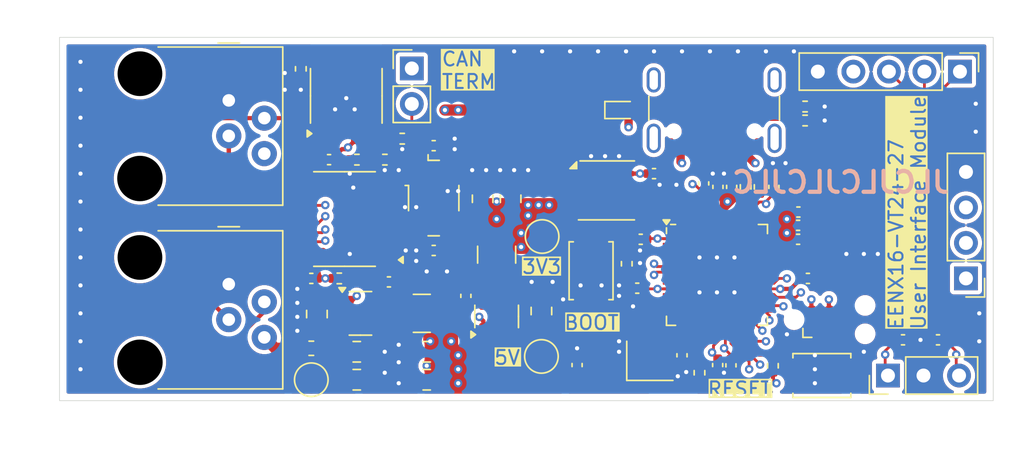
<source format=kicad_pcb>
(kicad_pcb (version 20240108) (generator "pcbnew") (generator_version "8.0")
  (layers (0 "F.Cu" signal) (1 "In1.Cu" signal) (2 "In2.Cu" signal) (31 "B.Cu" signal) (34 "B.Paste" user) (35 "F.Paste" user) (36 "B.SilkS" user "B.Silkscreen") (37 "F.SilkS" user "F.Silkscreen") (38 "B.Mask" user) (39 "F.Mask" user) (44 "Edge.Cuts" user))
  (net 0 "")
  (net 1 "/BTN_LEFT")
  (net 2 "GND")
  (net 3 "/BTN_RIGHT")
  (net 4 "+3V3")
  (net 5 "+1V1")
  (net 6 "/Microcontroller/XIN")
  (net 7 "/Microcontroller/XOUT_R")
  (net 8 "Net-(U302-OSC2)")
  (net 9 "Net-(U302-OSC1)")
  (net 10 "+5V")
  (net 11 "Net-(U303-SW)")
  (net 12 "Net-(U303-BST)")
  (net 13 "+SYSTEM")
  (net 14 "Net-(U304-SW)")
  (net 15 "Net-(U304-BST)")
  (net 16 "Net-(D201-A)")
  (net 17 "Net-(F301-Pad1)")
  (net 18 "/SDA")
  (net 19 "/SCL")
  (net 20 "/VR_y")
  (net 21 "/BTN")
  (net 22 "/VR_x")
  (net 25 "Net-(J202-CC2)")
  (net 27 "/Microcontroller/USB_D+")
  (net 31 "/Microcontroller/USB_D-")
  (net 32 "Net-(J202-CC1)")
  (net 33 "/Microcontroller/~{RESET}")
  (net 34 "/Microcontroller/SWCLK")
  (net 35 "/Microcontroller/SWD")
  (net 38 "/CAN_Bus+power/CANH")
  (net 39 "/CAN_Bus+power/CANL")
  (net 40 "Net-(JP301-B)")
  (net 41 "Net-(R204-Pad1)")
  (net 42 "/Microcontroller/FLASH_~{CS}")
  (net 43 "/Microcontroller/RP2040_D+")
  (net 44 "/Microcontroller/RP2040_D-")
  (net 45 "/Microcontroller/XOUT")
  (net 46 "Net-(U302-RXCAN)")
  (net 47 "Net-(U301-RXD)")
  (net 48 "Net-(U301-Rs)")
  (net 49 "Net-(U302-~{RESET})")
  (net 50 "/Microcontroller/FLASH_IO0")
  (net 51 "/Microcontroller/FLASH_IO1")
  (net 52 "/Microcontroller/FLASH_IO3")
  (net 53 "/Microcontroller/FLASH_CLK")
  (net 54 "/Microcontroller/FLASH_IO2")
  (net 55 "/Microcontroller/GPIO10")
  (net 56 "/Microcontroller/GPIO3")
  (net 57 "/Microcontroller/GPIO0")
  (net 58 "/Microcontroller/GPIO2")
  (net 59 "/Microcontroller/GPIO15")
  (net 60 "/Microcontroller/GPIO29_ADC3")
  (net 61 "/Microcontroller/GPIO14")
  (net 62 "/Microcontroller/GPIO7")
  (net 63 "/Microcontroller/GPIO11")
  (net 64 "/Microcontroller/GPIO1")
  (net 65 "/Microcontroller/GPIO24")
  (net 66 "/Microcontroller/GPIO28_ADC2")
  (net 67 "/Microcontroller/GPIO6")
  (net 68 "/Microcontroller/GPIO13")
  (net 69 "/Microcontroller/GPIO8")
  (net 70 "/Microcontroller/GPIO20")
  (net 71 "/Microcontroller/GPIO9")
  (net 72 "/Microcontroller/GPIO23")
  (net 73 "/Microcontroller/GPIO12")
  (net 75 "Net-(U301-TXD)")
  (net 79 "/CAN_Bus+power/~{INT}")
  (net 85 "/~{CS}")
  (net 86 "/MOSI")
  (net 87 "/MISO")
  (net 88 "/SCK")
  (footprint "Package_DFN_QFN:QFN-56-1EP_7x7mm_P0.4mm_EP3.2x3.2mm" (layer "F.Cu") (at 140.5 46.25)
    (property "Reference" "U202" (hide yes))
    (property "Value" "RP2040")
  )
  (footprint "Package_TO_SOT_SMD:TSOT-23-6" (layer "F.Cu") (at 124.75 49.22 90)
    (property "Reference" "U303" (hide yes))
    (property "Value" "AP63203WU")
  )
  (footprint "Capacitor_SMD:C_0402_1005Metric" (layer "F.Cu") (at 111.5 46.5 180)
    (property "Reference" "C303" (hide yes))
    (property "Value" "100n")
  )
  (footprint "Connector_PinHeader_2.54mm:PinHeader_1x02_P2.54mm_Vertical" (layer "F.Cu") (at 118.685 31.475)
    (property "Reference" "JP301" (hide yes))
    (property "Value" "Jumper_termination")
  )
  (footprint "Resistor_SMD:R_0402_1005Metric" (layer "F.Cu") (at 118 36.5 180)
    (property "Reference" "R301" (hide yes))
    (property "Value" "120")
  )
  (footprint "Capacitor_SMD:C_0402_1005Metric" (layer "F.Cu") (at 144.57 39.95 90)
    (property "Reference" "C210" (hide yes))
    (property "Value" "1u")
  )
  (footprint "TestPoint:TestPoint_Pad_D2.0mm" (layer "F.Cu") (at 127.95 52.0825)
    (property "Reference" "TP303" (hide yes))
    (property "Value" "TP5V")
  )
  (footprint "Button_Switch_SMD:SW_Push_SPST_NO_Alps_SKRK" (layer "F.Cu") (at 131.5 45.95 90)
    (property "Reference" "SW202" (hide yes))
    (property "Value" "SW_Push")
  )
  (footprint "Connector_RJ:RJ9_Evercom_5301-440xxx_Horizontal" (layer "F.Cu") (at 105.6 33.76 -90)
    (property "Reference" "J301" (hide yes))
    (property "Value" "RJ9")
  )
  (footprint "Capacitor_SMD:C_0402_1005Metric" (layer "F.Cu") (at 120.25 44.5)
    (property "Reference" "C305" (hide yes))
    (property "Value" "10p")
  )
  (footprint "Capacitor_SMD:C_0402_1005Metric" (layer "F.Cu") (at 120.25 37 180)
    (property "Reference" "C306" (hide yes))
    (property "Value" "10p")
  )
  (footprint "Package_SO:SOIC-8_3.9x4.9mm_P1.27mm" (layer "F.Cu") (at 114 33.435 90)
    (property "Reference" "U301" (hide yes))
    (property "Value" "MCP2551-I-SN")
  )
  (footprint "Capacitor_SMD:C_0402_1005Metric" (layer "F.Cu") (at 138 52 90)
    (property "Reference" "C214" (hide yes))
    (property "Value" "10p")
  )
  (footprint "Crystal:Crystal_SMD_Abracon_ABM3B-4Pin_5.0x3.2mm" (layer "F.Cu") (at 120.25 40.75 -90)
    (property "Reference" "Y301" (hide yes))
    (property "Value" "8M")
  )
  (footprint "Capacitor_SMD:C_0402_1005Metric" (layer "F.Cu") (at 136 39)
    (property "Reference" "C213" (hide yes))
    (property "Value" "100n")
  )
  (footprint "Inductor_SMD:L_1210_3225Metric" (layer "F.Cu") (at 119.4 49)
    (property "Reference" "L302" (hide yes))
    (property "Value" "4u7")
  )
  (footprint "Capacitor_SMD:C_0402_1005Metric" (layer "F.Cu") (at 146.3 43.7)
    (property "Reference" "C206" (hide yes))
    (property "Value" "100n")
  )
  (footprint "Inductor_SMD:L_1210_3225Metric" (layer "F.Cu") (at 124.75 44.8 90)
    (property "Reference" "L301" (hide yes))
    (property "Value" "4u7")
  )
  (footprint "Resistor_SMD:R_0402_1005Metric" (layer "F.Cu") (at 116.76 38 180)
    (property "Reference" "R302" (hide yes))
    (property "Value" "5k1")
  )
  (footprint "Resistor_SMD:R_0402_1005Metric" (layer "F.Cu") (at 113.5 46.5)
    (property "Reference" "R305" (hide yes))
    (property "Value" "10k")
  )
  (footprint "Connector_RJ:RJ9_Evercom_5301-440xxx_Horizontal" (layer "F.Cu") (at 105.6 46.91 -90)
    (property "Reference" "J302" (hide yes))
    (property "Value" "RJ9")
  )
  (footprint "Capacitor_SMD:C_0402_1005Metric" (layer "F.Cu") (at 134.8 47.2 180)
    (property "Reference" "C201" (hide yes))
    (property "Value" "100n")
  )
  (footprint "Capacitor_SMD:C_0805_2012Metric" (layer "F.Cu") (at 119.75 51.75 180)
    (property "Reference" "C313" (hide yes))
    (property "Value" "22u")
  )
  (footprint "Crystal:Crystal_SMD_2520-4Pin_2.5x2.0mm" (layer "F.Cu") (at 135.7 52.4)
    (property "Reference" "Y201" (hide yes))
    (property "Value" "12M")
  )
  (footprint "Package_SO:TSSOP-20_4.4x6.5mm_P0.65mm" (layer "F.Cu") (at 113.875 42.25 180)
    (property "Reference" "U302" (hide yes))
    (property "Value" "MCP2515-xST")
  )
  (footprint "Capacitor_SMD:C_0402_1005Metric" (layer "F.Cu") (at 130.5 52.7 -90)
    (property "Reference" "C215" (hide yes))
    (property "Value" "10p")
  )
  (footprint "Capacitor_SMD:C_0402_1005Metric" (layer "F.Cu") (at 156.3 50.895)
    (property "Reference" "C102" (hide yes))
    (property "Value" "100n")
  )
  (footprint "Capacitor_SMD:C_0402_1005Metric" (layer "F.Cu") (at 135.05 43.7 180)
    (property "Reference" "C203" (hide yes))
    (property "Value" "100n")
  )
  (footprint "Capacitor_SMD:C_0805_2012Metric" (layer "F.Cu") (at 127.95 48.8325 90)
    (property "Reference" "C308" (hide yes))
    (property "Value" "10u")
  )
  (footprint "Resistor_SMD:R_0402_1005Metric" (layer "F.Cu") (at 110.75 31.5 -90)
    (property "Reference" "R304" (hide yes))
    (property "Value" "10k")
  )
  (footprint "Capacitor_SMD:C_0805_2012Metric" (layer "F.Cu") (at 119.75 53.75 180)
    (property "Reference" "C314" (hide yes))
    (property "Value" "22u")
  )
  (footprint "Connector_USB:USB_C_Receptacle_GCT_USB4105-xx-A_16P_TopMnt_Horizontal" (layer "F.Cu") (at 140.3 33.37 180)
    (property "Reference" "J202" (hide yes))
    (property "Value" "USB_C_Receptacle_USB2.0_16P")
  )
  (footprint "Capacitor_SMD:C_0805_2012Metric" (layer "F.Cu") (at 114.75 51.75)
    (property "Reference" "C312" (hide yes))
    (property "Value" "10u")
  )
  (footprint "Connector:Tag-Connect_TC2030-IDC-NL_2x03_P1.27mm_Vertical" (layer "F.Cu") (at 148.55 49.45)
    (property "Reference" "J201" (hide yes))
    (property "Value" "TagConnect_SWD")
  )
  (footprint "Resistor_SMD:R_0402_1005Metric" (layer "F.Cu") (at 134.05 45.45 90)
    (property "Reference" "R204" (hide yes))
    (property "Value" "1k")
  )
  (footprint "Resistor_SMD:R_0402_1005Metric" (layer "F.Cu") (at 144.5 52.75 90)
    (property "Reference" "R203" (hide yes))
    (property "Value" "10k")
  )
  (footprint "Resistor_SMD:R_0402_1005Metric" (layer "F.Cu") (at 146.8 34.2)
    (property "Reference" "R201" (hide yes))
    (property "Value" "5k1")
  )
  (footprint "Capacitor_SMD:C_0402_1005Metric" (layer "F.Cu") (at 140.55 52.7 -90)
    (property "Reference" "C204" (hide yes))
    (property "Value" "100n")
  )
  (footprint "TestPoint:TestPoint_Pad_D2.0mm" (layer "F.Cu") (at 111.5 53.75)
    (property "Reference" "TP301" (hide yes))
    (property "Value" "TPVin")
  )
  (footprint "Button_Switch_SMD:SW_Push_SPST_NO_Alps_SKRK" (layer "F.Cu") (at 148 53.45 180)
    (property "Reference" "SW201" (hide yes))
    (property "Value" "SW_Push")
  )
  (footprint "Capacitor_SMD:C_0805_2012Metric" (layer "F.Cu") (at 123.75 40.8 90)
    (property "Reference" "C309" (hide yes))
    (property "Value" "22u")
  )
  (footprint "Capacitor_SMD:C_0402_1005Metric" (layer "F.Cu") (at 112.77 38 180)
    (property "Reference" "C304" (hide yes))
    (property "Value" "100n")
  )
  (footprint "Resistor_SMD:R_0402_1005Metric" (layer "F.Cu") (at 114.76 38 180)
    (property "Reference" "R303" (hide yes))
    (property "Value" "10k")
  )
  (footprint "Capacitor_SMD:C_0402_1005Metric" (layer "F.Cu") (at 146.3 42.7)
    (property "Reference" "C209" (hide yes))
    (property "Value" "100n")
  )
  (footprint "Resistor_SMD:R_0402_1005Metric" (layer "F.Cu") (at 139.25 53.25 90)
    (property "Reference" "R207" (hide yes))
    (property "Value" "1k")
  )
  (footprint "Capacitor_SMD:C_0402_1005Metric" (layer "F.Cu") (at 140.57 39.95 90)
    (property "Reference" "C208" (hide yes))
    (property "Value" "100n")
  )
  (footprint "Capacitor_SMD:C_0402_1005Metric" (layer "F.Cu") (at 141.55 39.95 90)
    (property "Reference" "C207" (hide yes))
    (property "Value" "100n")
  )
  (footprint "Package_SON:WSON-8-1EP_4x4mm_P0.8mm_EP2.2x3mm" (layer "F.Cu") (at 132.6 40.2)
    (property "Reference" "U201" (hide yes))
    (property "Value" "W25Q64JVXGIQ")
  )
  (footprint "Capacitor_SMD:C_0805_2012Metric" (layer "F.Cu") (at 114.75 53.75)
    (property "Reference" "C301" (hide yes))
    (property "Value" "10u")
  )
  (footprint "Capacitor_SMD:C_0402_1005Metric" (layer "F.Cu") (at 141.5 52.72 -90)
    (property "Reference" "C212" (hide yes))
    (property "Value" "100n")
  )
  (footprint "Capacitor_SMD:C_0805_2012Metric" (layer "F.Cu") (at 125.75 40.8 90)
    (property "Reference" "C310" (hide yes))
    (property "Value" "22u")
  )
  (footprint "Capacitor_SMD:C_0402_1005Metric" (layer "F.Cu") (at 153.8 50.895)
    (property "Reference" "C101" (hide yes))
    (property "Value" "100n")
  )
  (footprint "Connector_PinHeader_2.54mm:PinHeader_1x03_P2.54mm_Vertical" (layer "F.Cu") (at 152.725 53.45 90)
    (property "Reference" "J101" (hide yes))
    (property "Value" "conn_turnSignal")
  )
  (footprint "TestPoint:TestPoint_Pad_D2.0mm" (layer "F.Cu") (at 128 43.5)
    (property "Reference" "TP302" (hide yes))
    (property "Value" "TP3V3")
  )
  (footprint "Package_TO_SOT_SMD:TSOT-23-6" (layer "F.Cu") (at 115.0125 49)
    (property "Reference" "U304" (hide yes))
    (property "Value" "AP63205WU")
  )
  (footprint "Connector_PinHeader_2.54mm:PinHeader_1x04_P2.54mm_Vertical" (layer "F.Cu") (at 158.3 46.5 180)
    (property "Reference" "J102" (hide yes))
    (property "Value" "conn_OLED")
  )
  (footprint "Capacitor_SMD:C_0402_1005Metric" (layer "F.Cu") (at 122.55 47.75 -90)
    (property "Reference" "C307" (hide yes))
    (property "Value" "100n")
  )
  (footprint "Connector_PinHeader_2.54mm:PinHeader_1x05_P2.54mm_Vertical" (layer "F.Cu") (at 157.87 31.7 -90)
    (property "Reference" "J103" (hide yes))
    (property "Value" "conn_joystick")
  )
  (footprint "Capacitor_SMD:C_0402_1005Metric" (layer "F.Cu") (at 147 46.5)
    (property "Reference" "C205" (hide yes))
    (property "Value" "100n")
  )
  (footprint "Fuse:Fuse_0603_1608Metric" (layer "F.Cu") (at 111.5 51.5)
    (property "Reference" "F301" (hide yes))
    (property "Value" "4A")
  )
  (footprint "Resistor_SMD:R_0402_1005Metric" (layer "F.Cu") (at 146.8 35.2)
    (property "Reference" "R202" (hide yes))
    (property "Value" "5k1")
  )
  (footprint "Diode_SMD:Nexperia_DSN1608-2_1.6x0.8mm" (layer "F.Cu") (at 133.5 34.45)
    (property "Reference" "D201" (hide yes))
    (property "Value" "D_Schottky")
  )
  (footprint "Capacitor_SMD:C_0805_2012Metric" (layer "F.Cu") (at 111.9 49.05 90)
    (property "Reference" "C302" (hide yes))
    (property "Value" "10u")
  )
  (footprint "Capacitor_SMD:C_0402_1005Metric" (layer "F.Cu") (at 146.32 41.75)
    (property "Reference" "C202" (hide yes))
    (property "Value" "100n")
  )
  (footprint "Resistor_SMD:R_0402_1005Metric" (layer "F.Cu") (at 143.55 39.95 -90)
    (property "Reference" "R206" (hide yes))
    (property "Value" "27")
  )
  (footprint "Capacitor_SMD:C_0402_1005Metric" (layer "F.Cu") (at 117.05 46.75 180)
    (property "Reference" "C311" (hide yes))
    (property "Value" "100n")
  )
  (footprint "Resistor_SMD:R_0402_1005Metric" (layer "F.Cu") (at 142.55 39.95 -90)
    (property "Reference" "R205" (hide yes))
    (property "Value" "27")
  )
  (footprint "Capacitor_SMD:C_0402_1005Metric" (layer "F.Cu") (at 139.55 39.7 90)
    (property "Reference" "C211" (hide yes))
    (property "Value" "100n")
  )
  (gr_rect (start 93.5 29.25) (end 160.25 55.25) (stroke (width 0.05)) (fill none) (layer "Edge.Cuts"))
  (gr_text "JLCJLCJLCJLC" (at 157.25 40.5 0) (layer "B.SilkS") (effects (font (size 1.5 1.5) (thickness 0.3) (bold yes)) (justify left bottom mirror)))
  (gr_text "CAN\nTERM" (at 120.75 33 0) (layer "F.SilkS" knockout) (effects (font (size 1 1)) (justify left bottom)))
  (gr_text "3V3" (at 126.5 46.25 0) (layer "F.SilkS" knockout) (effects (font (size 1 1)) (justify left bottom)))
  (gr_text "EENX16-VT24-27\nUser Interface Module" (at 155.5 50.25 90) (layer "F.SilkS" knockout) (effects (font (size 1 1)) (justify left bottom)))
  (gr_text "RESET" (at 139.75 55 0) (layer "F.SilkS" knockout) (effects (font (size 1 1)) (justify left bottom)))
  (gr_text "5V" (at 124.5 52.75 0) (layer "F.SilkS" knockout) (effects (font (size 1 1)) (justify left bottom)))
  (gr_text "BOOT" (at 129.5 50.25 0) (layer "F.SilkS" knockout) (effects (font (size 1 1)) (justify left bottom)))
  (segment (start 143.9375 46.85) (end 144.571471 46.85) (width 0.2) (layer "F.Cu") (net 1))
  (segment (start 144.571471 46.85) (end 144.921471 46.5) (width 0.2) (layer "F.Cu") (net 1))
  (segment (start 157.605 51.72) (end 156.78 50.895) (width 0.2) (layer "F.Cu") (net 1))
  (segment (start 144.921471 46.5) (end 145.5 46.5) (width 0.2) (layer "F.Cu") (net 1))
  (segment (start 157.605 53.45) (end 157.605 51.72) (width 0.2) (layer "F.Cu") (net 1))
  (via (at 145.5 46.5) (size 0.6) (drill 0.3) (layers "F.Cu" "B.Cu") (net 1))
  (via (at 157.605 51.95) (size 0.6) (drill 0.3) (layers "F.Cu" "B.Cu") (net 1))
  (segment (start 139.5 49.6875) (end 139.5 48.75) (width 0.2) (layer "F.Cu") (net 2))
  (via (at 119.75 46) (size 0.6) (drill 0.3) (layers "F.Cu" "B.Cu") (net 2))
  (via (at 114.5 40) (size 0.6) (drill 0.3) (layers "F.Cu" "B.Cu") (net 2))
  (via (at 131.5 37.75) (size 0.6) (drill 0.3) (layers "F.Cu" "B.Cu") (net 2))
  (via (at 133.5 37.75) (size 0.6) (drill 0.3) (layers "F.Cu" "B.Cu") (net 2))
  (via (at 126 38.75) (size 0.6) (drill 0.3) (layers "F.Cu" "B.Cu") (net 2))
  (via (at 109.6 31.8) (size 0.6) (drill 0.3) (layers "F.Cu" "B.Cu") (net 2))
  (via (at 136 30.25) (size 0.6) (drill 0.3) (layers "F.Cu" "B.Cu") (net 2))
  (via (at 121.25 40.25) (size 0.6) (drill 0.3) (layers "F.Cu" "B.Cu") (net 2))
  (via (at 134.5 48.5) (size 0.6) (drill 0.3) (layers "F.Cu" "B.Cu") (net 2))
  (via (at 139.25 45) (size 0.6) (drill 0.3) (layers "F.Cu" "B.Cu") (net 2))
  (via (at 132.25 47) (size 0.6) (drill 0.3) (layers "F.Cu" "B.Cu") (net 2))
  (via (at 147.5 52) (size 0.6) (drill 0.3) (layers "F.Cu" "B.Cu") (net 2))
  (via (at 117.75 51.25) (size 0.6) (drill 0.3) (layers "F.Cu" "B.Cu") (net 2))
  (via (at 129.5 48) (size 0.6) (drill 0.3) (layers "F.Cu" "B.Cu") (net 2))
  (via (at 95 49) (size 0.6) (drill 0.3) (layers "F.Cu" "B.Cu") (net 2))
  (via (at 95 53) (size 0.6) (drill 0.3) (layers "F.Cu" "B.Cu") (net 2))
  (via (at 114.6 34.4) (size 0.6) (drill 0.3) (layers "F.Cu" "B.Cu") (net 2))
  (via (at 121.75 37.25) (size 0.6) (drill 0.3) (layers "F.Cu" "B.Cu") (net 2))
  (via (at 141.75 47.5) (size 0.6) (drill 0.3) (layers "F.Cu" "B.Cu") (net 2))
  (via (at 95 43) (size 0.6) (drill 0.3) (layers "F.Cu" "B.Cu") (net 2))
  (via (at 146 30.25) (size 0.6) (drill 0.3) (layers "F.Cu" "B.Cu") (net 2))
  (via (at 95 47) (size 0.6) (drill 0.3) (layers "F.Cu" "B.Cu") (net 2))
  (via (at 114 33.6) (size 0.6) (drill 0.3) (layers "F.Cu" "B.Cu") (net 2))
  (via (at 110.5 49.25) (size 0.6) (drill 0.3) (layers "F.Cu" "B.Cu") (net 2))
  (via (at 110.75 33) (size 0.6) (drill 0.3) (layers "F.Cu" "B.Cu") (net 2))
  (via (at 118.25 44.5) (size 0.6) (drill 0.3) (layers "F.Cu" "B.Cu") (net 2))
  (via (at 159 34) (size 0.6) (drill 0.3) (layers "F.Cu" "B.Cu") (net 2))
  (via (at 125 38.75) (size 0.6) (drill 0.3) (layers "F.Cu" "B.Cu") (net 2))
  (via (at 133.5 47) (size 0.6) (drill 0.3) (layers "F.Cu" "B.Cu") (net 2))
  (via (at 149.75 44.75) (size 0.6) (drill 0.3) (layers "F.Cu" "B.Cu") (net 2))
  (via (at 130.5 51.5) (size 0.6) (drill 0.3) (layers "F.Cu" "B.Cu") (net 2))
  (via (at 144 30.25) (size 0.6) (drill 0.3) (layers "F.Cu" "B.Cu") (net 2))
  (via (at 114.25 39) (size 0.6) (drill 0.3) (layers "F.Cu" "B.Cu") (net 2))
  (via (at 142 30.25) (size 0.6) (drill 0.3) (layers "F.Cu" "B.Cu") (net 2))
  (via (at 130.75 47) (size 0.6) (drill 0.3) (layers "F.Cu" "B.Cu") (net 2))
  (via (at 141 53.25) (size 0.6) (drill 0.3) (layers "F.Cu" "B.Cu") (net 2))
  (via (at 132.5 37.75) (size 0.6) (drill 0.3) (layers "F.Cu" "B.Cu") (net 2))
  (via (at 110.5 50.25) (size 0.6) (drill 0.3) (layers "F.Cu" "B.Cu") (net 2))
  (via (at 148.2 34.2) (size 0.6) (drill 0.3) (layers "F.Cu" "B.Cu") (net 2))
  (via (at 141.75 45) (size 0.6) (drill 0.3) (layers "F.Cu" "B.Cu") (net 2))
  (via (at 159.25 49) (size 0.6) (drill 0.3) (layers "F.Cu" "B.Cu") (net 2))
  (via (at 121.2 46) (size 0.6) (drill 0.3) (layers "F.Cu" "B.Cu") (net 2))
  (via (at 123 38.75) (size 0.6) (drill 0.3) (layers "F.Cu" "B.Cu") (net 2))
  (via (at 119 45.25) (size 0.6) (drill 0.3) (layers "F.Cu" "B.Cu") (net 2))
  (via (at 128 30.25) (size 0.6) (drill 0.3) (layers "F.Cu" "B.Cu") (net 2))
  (via (at 151 44.75) (size 0.6) (drill 0.3) (layers "F.Cu" "B.Cu") (net 2))
  (via (at 118 37.25) (size 0.6) (drill 0.3) (layers "F.Cu" "B.Cu") (net 2))
  (via (at 126 30.25) (size 0.6) (drill 0.3) (layers "F.Cu" "B.Cu") (net 2))
  (via (at 159 36) (size 0.6) (drill 0.3) (layers "F.Cu" "B.Cu") (net 2))
  (via (at 138.3 53.2) (size 0.6) (drill 0.3) (layers "F.Cu" "B.Cu") (net 2))
  (via (at 151 51.75) (size 0.6) (drill 0.3) (layers "F.Cu" "B.Cu") (net 2))
  (via (at 147.5 54) (size 0.6) (drill 0.3) (layers "F.Cu" "B.Cu") (net 2))
  (via (at 145.4 38.25) (size 0.6) (drill 0.3) (layers "F.Cu" "B.Cu") (net 2))
  (via (at 117.75 52.5) (size 0.6) (drill 0.3) (layers "F.Cu" "B.Cu") (net 2))
  (via (at 147.5 53) (size 0.6) (drill 0.3) (layers "F.Cu" "B.Cu") (net 2))
  (via (at 145.5 50.5) (size 0.6) (drill 0.3) (layers "F.Cu" "B.Cu") (net 2))
  (via (at 114.25 44.75) (size 0.6) (drill 0.3) (layers "F.Cu" "B.Cu") (net 2))
  (via (at 127.25 46.75) (size 0.6) (drill 0.3) (layers "F.Cu" "B.Cu") (net 2))
  (via (at 95 35) (size 0.6) (drill 0.3) (layers "F.Cu" "B.Cu") (net 2))
  (via (at 116.75 38.75) (size 0.6) (drill 0.3) (layers "F.Cu" "B.Cu") (net 2))
  (via (at 130 30.25) (size 0.6) (drill 0.3) (layers "F.Cu" "B.Cu") (net 2))
  (via (at 110.5 47.25) (size 0.6) (drill 0.3) (layers "F.Cu" "B.Cu") (net 2))
  (via (at 133.5 51.75) (size 0.6) (drill 0.3) (layers "F.Cu" "B.Cu") (net 2))
  (via (at 134 30.25) (size 0.6) (drill 0.3) (layers "F.Cu" "B.Cu") (net 2))
  (via (at 124 38.75) (size 0.6) (drill 0.3) (layers "F.Cu" "B.Cu") (net 2))
  (via (at 117.75 54) (size 0.6) (drill 0.3) (layers "F.Cu" "B.Cu") (net 2))
  (via (at 139.25 47.5) (size 0.6) (drill 0.3) (layers "F.Cu" "B.Cu") (net 2))
  (via (at 119 41.4) (size 0.6) (drill 0.3) (layers "F.Cu" "B.Cu") (net 2))
  (via (at 121.75 36.5) (size 0.6) (drill 0.3) (layers "F.Cu" "B.Cu") (net 2))
  (via (at 118.2 41.4) (size 0.6) (drill 0.3) (layers "F.Cu" "B.Cu") (net 2))
  (via (at 136.4 39.8) (size 0.6) (drill 0.3) (layers "F.Cu" "B.Cu") (net 2))
  (via (at 135 44.5) (size 0.6) (drill 0.3) (layers "F.Cu" "B.Cu") (net 2))
  (via (at 152 44.75) (size 0.6) (drill 0.3) (layers "F.Cu" "B.Cu") (net 2))
  (via (at 140.2 39) (size 0.6) (drill 0.3) (layers "F.Cu" "B.Cu") (net 2))
  (via (at 117.75 38.75) (size 0.6) (drill 0.3) (layers "F.Cu" "B.Cu") (net 2))
  (via (at 140 30.25) (size 0.6) (drill 0.3) (layers "F.Cu" "B.Cu") (net 2))
  (via (at 127 38.75) (size 0.6) (drill 0.3) (layers "F.Cu" "B.Cu") (net 2))
  (via (at 132 30.25) (size 0.6) (drill 0.3) (layers "F.Cu" "B.Cu") (net 2))
  (via (at 116.75 51.75) (size 0.6) (drill 0.3) (layers "F.Cu" "B.Cu") (net 2))
  (via (at 159.25 51) (size 0.6) (drill 0.3) (layers "F.Cu" "B.Cu") (net 2))
  (via (at 155.05 50.9) (size 0.6) (drill 0.3) (layers "F.Cu" "B.Cu") (net 2))
  (via (at 113.2 34.4) (size 0.6) (drill 0.3) (layers "F.Cu" "B.Cu") (net 2))
  (via (at 137.7 53.5) (size 0.6) (drill 0.3) (layers "F.Cu" "B.Cu") (net 2))
  (via (at 95 45) (size 0.6) (drill 0.3) (layers "F.Cu" "B.Cu") (net 2))
  (via (at 122 40.25) (size 0.6) (drill 0.3) (layers "F.Cu" "B.Cu") (net 2))
  (via (at 128.75 46.75) (size 0.6) (drill 0.3) (layers "F.Cu" "B.Cu") (net 2))
  (via (at 95 33) (size 0.6) (drill 0.3) (layers "F.Cu" "B.Cu") (net 2))
  (via (at 140.5 45) (size 0.6) (drill 0.3) (layers "F.Cu" "B.Cu") (net 2))
  (via (at 135 45.4) (size 0.6) (drill 0.3) (layers "F.Cu" "B.Cu") (net 2))
  (via (at 119 44.5) (size 0.6) (drill 0.3) (layers "F.Cu" "B.Cu") (net 2))
  (via (at 148.2 35.2) (size 0.6) (drill 0.3) (layers "F.Cu" "B.Cu") (net 2))
  (via (at 141 39) (size 0.6) (drill 0.3) (layers "F.Cu" "B.Cu") (net 2))
  (via (at 116.75 53.25) (size 0.6) (drill 0.3) (layers "F.Cu" "B.Cu") (net 2))
  (via (at 95 37) (size 0.6) (drill 0.3) (layers "F.Cu" "B.Cu") (net 2))
  (via (at 95 39) (size 0.6) (drill 0.3) (layers "F.Cu" "B.Cu") (net 2))
  (via (at 138 30.25) (size 0.6) (drill 0.3) (layers "F.Cu" "B.Cu") (net 2))
  (via (at 144.5 38.25) (size 0.6) (drill 0.3) (layers "F.Cu" "B.Cu") (net 2))
  (via (at 137.6 39.8) (size 0.6) (drill 0.3) (layers "F.Cu" "B.Cu") (net 2))
  (via (at 133.5 51) (size 0.6) (drill 0.3) (layers "F.Cu" "B.Cu") (net 2))
  (via (at 140.5 47.5) (size 0.6) (drill 0.3) (layers "F.Cu" "B.Cu") (net 2))
  (via (at 95 31) (size 0.6) (drill 0.3) (layers "F.Cu" "B.Cu") (net 2))
  (via (at 109.6 33) (size 0.6) (drill 0.3) (layers "F.Cu" "B.Cu") (net 2))
  (via (at 95 41) (size 0.6) (drill 0.3) (layers "F.Cu" "B.Cu") (net 2))
  (via (at 133.5 47.75) (size 0.6) (drill 0.3) (layers "F.Cu" "B.Cu") (net 2))
  (via (at 95 51) (size 0.6) (drill 0.3) (layers "F.Cu" "B.Cu") (net 2))
  (via (at 110.5 48.25) (size 0.6) (drill 0.3) (layers "F.Cu" "B.Cu") (net 2))
  (segment (start 146.15 47.85) (end 146.5 47.5) (width 0.2) (layer "F.Cu") (net 3))
  (segment (start 144.771471 47.85) (end 146.15 47.85) (width 0.2) (layer "F.Cu") (net 3))
  (segment (start 152.525 53.45) (end 152.525 51.69) (width 0.2) (layer "F.Cu") (net 3))
  (segment (start 144.571471 47.65) (end 144.771471 47.85) (width 0.2) (layer "F.Cu") (net 3))
  (segment (start 152.525 51.69) (end 153.32 50.895) (width 0.2) (layer "F.Cu") (net 3))
  (segment (start 143.9375 47.65) (end 144.571471 47.65) (width 0.2) (layer "F.Cu") (net 3))
  (via (at 152.525 51.95) (size 0.6) (drill 0.3) (layers "F.Cu" "B.Cu") (net 3))
  (via (at 146.5 47.5) (size 0.6) (drill 0.3) (layers "F.Cu" "B.Cu") (net 3))
  (segment (start 145.02 47.25) (end 143.9375 47.25) (width 0.2) (layer "F.Cu") (net 4))
  (segment (start 140.55 52.22) (end 140.25 51.92) (width 0.2) (layer "F.Cu") (net 4))
  (segment (start 135.33 47.25) (end 135.28 47.2) (width 0.2) (layer "F.Cu") (net 4))
  (segment (start 111.98 46.5) (end 112.99 46.5) (width 0.4) (layer "F.Cu") (net 4))
  (segment (start 140.7 50.865685) (end 140.7 49.6875) (width 0.2) (layer "F.Cu") (net 4))
  (segment (start 135.53 43.7) (end 135.58 43.65) (width 0.2) (layer "F.Cu") (net 4))
  (segment (start 145.77 47.25) (end 146.52 46.5) (width 0.3) (layer "F.Cu") (net 4))
  (segment (start 145.02 47.25) (end 145.77 47.25) (width 0.3) (layer "F.Cu") (net 4))
  (segment (start 137.0625 47.25) (end 135.33 47.25) (width 0.2) (layer "F.Cu") (net 4))
  (segment (start 144.5 53.75) (end 144.5 53.26) (width 0.3) (layer "F.Cu") (net 4))
  (segment (start 135 39) (end 135.52 39) (width 0.3) (layer "F.Cu") (net 4))
  (segment (start 140.25 51.92) (end 140.25 51.315686) (width 0.2) (layer "F.Cu") (net 4))
  (segment (start 134.25 39) (end 135 39) (width 0.3) (layer "F.Cu") (net 4))
  (segment (start 144.75 54) (end 144.5 53.75) (width 0.3) (layer "F.Cu") (net 4))
  (segment (start 135.58 43.65) (end 137.0625 43.65) (width 0.2) (layer "F.Cu") (net 4))
  (segment (start 111.98 46.1425) (end 111.98 46.5) (width 0.4) (layer "F.Cu") (net 4))
  (segment (start 123.5 49.25) (end 123.8 49.55) (width 0.3) (layer "F.Cu") (net 4))
  (segment (start 123.8 49.55) (end 123.8 50.3575) (width 0.3) (layer "F.Cu") (net 4))
  (segment (start 140.25 51.315686) (end 140.7 50.865685) (width 0.2) (layer "F.Cu") (net 4))
  (segment (start 111.0125 45.175) (end 111.98 46.1425) (width 0.4) (layer "F.Cu") (net 4))
  (segment (start 140.55 52.199265) (end 140.55 52.22) (width 0.2) (layer "F.Cu") (net 4))
  (segment (start 140.15 51.799265) (end 140.55 52.199265) (width 0.2) (layer "F.Cu") (net 4))
  (via (at 145.5 42.25) (size 0.6) (drill 0.3) (layers "F.Cu" "B.Cu") (net 4))
  (via (at 127 42) (size 0.6) (drill 0.3) (layers "F.Cu" "B.Cu") (net 4))
  (via (at 124.75 42.25) (size 0.6) (drill 0.3) (layers "F.Cu" "B.Cu") (net 4))
  (via (at 136.25 47.25) (size 0.6) (drill 0.3) (layers "F.Cu" "B.Cu") (net 4))
  (via (at 127 41.25) (size 0.6) (drill 0.3) (layers "F.Cu" "B.Cu") (net 4))
  (via (at 135 39) (size 0.6) (drill 0.3) (layers "F.Cu" "B.Cu") (net 4))
  (via (at 123.5 49.25) (size 0.6) (drill 0.3) (layers "F.Cu" "B.Cu") (net 4))
  (via (at 127.75 41.25) (size 0.6) (drill 0.3) (layers "F.Cu" "B.Cu") (net 4))
  (via (at 124.75 41) (size 0.6) (drill 0.3) (layers "F.Cu" "B.Cu") (net 4))
  (via (at 144.75 54) (size 0.6) (drill 0.3) (layers "F.Cu" "B.Cu") (net 4))
  (via (at 145.5 43.25) (size 0.6) (drill 0.3) (layers "F.Cu" "B.Cu") (net 4))
  (via (at 126.5 44.25) (size 0.6) (drill 0.3) (layers "F.Cu" "B.Cu") (net 4))
  (via (at 145.02 47.25) (size 0.6) (drill 0.3) (layers "F.Cu" "B.Cu") (net 4))
  (via (at 128.5 41.25) (size 0.6) (drill 0.3) (layers "F.Cu" "B.Cu") (net 4))
  (via (at 126.5 43.25) (size 0.6) (drill 0.3) (layers "F.Cu" "B.Cu") (net 4))
  (via (at 136.25 43.65) (size 0.6) (drill 0.3) (layers "F.Cu" "B.Cu") (net 4))
  (via (at 112.5 46.5) (size 0.6) (drill 0.3) (layers "F.Cu" "B.Cu") (net 4))
  (via (at 140.15 51.799265) (size 0.6) (drill 0.3) (layers "F.Cu" "B.Cu") (net 4))
  (via (at 141.25 41) (size 0.6) (drill 0.3) (layers "F.Cu" "B.Cu") (net 4))
  (segment (start 139.55 40.346134) (end 140.101933 40.898067) (width 0.2) (layer "F.Cu") (net 5))
  (segment (start 140.101933 40.898067) (end 140.3 41.096134) (width 0.2) (layer "F.Cu") (net 5))
  (segment (start 141.5 51.988068) (end 141.008949 51.497017) (width 0.2) (layer "F.Cu") (net 5))
  (segment (start 143.535686 41.03) (end 143.97 41.03) (width 0.2) (layer "F.Cu") (net 5))
  (segment (start 138.881421 39.75) (end 138.75 39.75) (width 0.2) (layer "F.Cu") (net 5))
  (segment (start 144 41) (end 144.57 40.43) (width 0.2) (layer "F.Cu") (net 5))
  (segment (start 144.010902 41.010902) (end 144.010902 41.16957) (width 0.2) (layer "F.Cu") (net 5))
  (segment (start 140.101933 40.898067) (end 140.029488 40.898067) (width 0.2) (layer "F.Cu") (net 5))
  (segment (start 141.5 52.24) (end 141.55 52.24) (width 0.2) (layer "F.Cu") (net 5))
  (segment (start 142.3 42.265686) (end 143.535686 41.03) (width 0.2) (layer "F.Cu") (net 5))
  (segment (start 141.5 52.24) (end 141.5 51.988068) (width 0.2) (layer "F.Cu") (net 5))
  (segment (start 141.1 51.405966) (end 141.1 49.6875) (width 0.2) (layer "F.Cu") (net 5))
  (segment (start 144 41) (end 144.010902 41.010902) (width 0.2) (layer "F.Cu") (net 5))
  (segment (start 140.029488 40.898067) (end 138.881421 39.75) (width 0.2) (layer "F.Cu") (net 5))
  (segment (start 140.3 41.096134) (end 140.3 42.8125) (width 0.2) (layer "F.Cu") (net 5))
  (segment (start 143.97 41.03) (end 144 41) (width 0.2) (layer "F.Cu") (net 5))
  (segment (start 142.3 42.8125) (end 142.3 42.265686) (width 0.2) (layer "F.Cu") (net 5))
  (segment (start 139.55 40.18) (end 139.55 40.346134) (width 0.2) (layer "F.Cu") (net 5))
  (segment (start 141.008949 51.497017) (end 141.1 51.405966) (width 0.2) (layer "F.Cu") (net 5))
  (via (at 144.010902 41.16957) (size 0.6) (drill 0.3) (layers "F.Cu" "B.Cu") (net 5))
  (via (at 141.008949 51.497017) (size 0.6) (drill 0.3) (layers "F.Cu" "B.Cu") (net 5))
  (via (at 138.75 39.75) (size 0.6) (drill 0.3) (layers "F.Cu" "B.Cu") (net 5))
  (segment (start 139.9 50.22136) (end 139.9 49.6875) (width 0.2) (layer "F.Cu") (net 6))
  (segment (start 137.58 51.5) (end 138.75 51.5) (width 0.2) (layer "F.Cu") (net 6))
  (segment (start 138 51.52) (end 136.47 51.52) (width 0.3) (layer "F.Cu") (net 6))
  (segment (start 138.75 51.5) (end 139.9 50.35) (width 0.2) (layer "F.Cu") (net 6))
  (segment (start 139.9 50.35) (end 139.9 49.72136) (width 0.2) (layer "F.Cu") (net 6))
  (segment (start 132.85 53.1) (end 132.25 53.7) (width 0.2) (layer "F.Cu") (net 7))
  (segment (start 138.71 54.3) (end 136.025 54.3) (width 0.2) (layer "F.Cu") (net 7))
  (segment (start 131.07 53.7) (end 130.55 53.18) (width 0.2) (layer "F.Cu") (net 7))
  (segment (start 134.825 53.1) (end 132.85 53.1) (width 0.2) (layer "F.Cu") (net 7))
  (segment (start 139.25 53.76) (end 138.71 54.3) (width 0.2) (layer "F.Cu") (net 7))
  (segment (start 132.25 53.7) (end 131.07 53.7) (width 0.2) (layer "F.Cu") (net 7))
  (segment (start 136.025 54.3) (end 134.825 53.1) (width 0.2) (layer "F.Cu") (net 7))
  (segment (start 120.73 43.47) (end 121.45 42.75) (width 0.3) (layer "F.Cu") (net 8))
  (segment (start 116.7375 40.625) (end 119.325 40.625) (width 0.3) (layer "F.Cu") (net 8))
  (segment (start 119.325 40.625) (end 121.45 42.75) (width 0.3) (layer "F.Cu") (net 8))
  (segment (start 120.73 44.5) (end 120.73 43.47) (width 0.3) (layer "F.Cu") (net 8))
  (segment (start 117.825 39.975) (end 119.05 38.75) (width 0.3) (layer "F.Cu") (net 9))
  (segment (start 119.77 38.03) (end 119.05 38.75) (width 0.3) (layer "F.Cu") (net 9))
  (segment (start 116.7375 39.975) (end 117.825 39.975) (width 0.3) (layer "F.Cu") (net 9))
  (segment (start 119.77 37) (end 119.77 38.03) (width 0.3) (layer "F.Cu") (net 9))
  (segment (start 114.635 35.91) (end 114.635 36.615) (width 0.3) (layer "F.Cu") (net 10))
  (segment (start 121.05 34.45) (end 133.215 34.45) (width 0.8) (layer "F.Cu") (net 10))
  (segment (start 113.25 38) (end 113.25 37.690001) (width 0.3) (layer "F.Cu") (net 10))
  (segment (start 113.690001 37.25) (end 114 37.25) (width 0.3) (layer "F.Cu") (net 10))
  (segment (start 114 37.25) (end 114.125 37.125) (width 0.3) (layer "F.Cu") (net 10))
  (segment (start 113.875 48.05) (end 114.45 48.05) (width 0.3) (layer "F.Cu") (net 10))
  (segment (start 114.635 36.615) (end 114.125 37.125) (width 0.3) (layer "F.Cu") (net 10))
  (segment (start 113.25 37.690001) (end 113.690001 37.25) (width 0.3) (layer "F.Cu") (net 10))
  (segment (start 114.45 48.05) (end 114.75 47.75) (width 0.3) (layer "F.Cu") (net 10))
  (via (at 121.05 34.45) (size 0.6) (drill 0.3) (layers "F.Cu" "B.Cu") (net 10))
  (via (at 122 52) (size 0.6) (drill 0.3) (layers "F.Cu" "B.Cu") (net 10))
  (via (at 121.5 51) (size 0.6) (drill 0.3) (layers "F.Cu" "B.Cu") (net 10))
  (via (at 114.75 47.75) (size 0.6) (drill 0.3) (layers "F.Cu" "B.Cu") (net 10))
  (via (at 120 51) (size 0.6) (drill 0.3) (layers "F.Cu" "B.Cu") (net 10))
  (via (at 122 53) (size 0.6) (drill 0.3) (layers "F.Cu" "B.Cu") (net 10))
  (via (at 122 54) (size 0.6) (drill 0.3) (layers "F.Cu" "B.Cu") (net 10))
  (via (at 114.125 37.125) (size 0.6) (drill 0.3) (layers "F.Cu" "B.Cu") (net 10))
  (via (at 119.75 52.75) (size 0.6) (drill 0.3) (layers "F.Cu" "B.Cu") (net 10))
  (via (at 122 34.45) (size 0.6) (drill 0.3) (layers "F.Cu" "B.Cu") (net 10))
  (segment (start 122.5 48.18) (end 123.7025 48.18) (width 0.4) (layer "F.Cu") (net 12))
  (segment (start 123.7025 48.18) (end 123.8 48.0825) (width 0.4) (layer "F.Cu") (net 12))
  (segment (start 116.57 47.63) (end 116.15 48.05) (width 0.4) (layer "F.Cu") (net 15))
  (segment (start 116.57 46.75) (end 116.57 47.63) (width 0.4) (layer "F.Cu") (net 15))
  (segment (start 137.9 38.15) (end 137.9 37.05) (width 0.6) (layer "F.Cu") (net 16))
  (segment (start 143.201606 38.25) (end 142.7 37.748394) (width 0.6) (layer "F.Cu") (net 16))
  (segment (start 134.18 35.68) (end 134.18 34.45) (width 0.6) (layer "F.Cu") (net 16))
  (segment (start 142.7 37.748394) (end 142.7 37.05) (width 0.6) (layer "F.Cu") (net 16))
  (segment (start 143.25 38.25) (end 143.201606 38.25) (width 0.6) (layer "F.Cu") (net 16))
  (segment (start 138 38.25) (end 137.9 38.15) (width 0.6) (layer "F.Cu") (net 16))
  (via (at 138 38.25) (size 0.6) (drill 0.3) (layers "F.Cu" "B.Cu") (net 16))
  (via (at 143.25 38.25) (size 0.6) (drill 0.3) (layers "F.Cu" "B.Cu") (net 16))
  (via (at 134.18 35.68) (size 0.6) (drill 0.3) (layers "F.Cu" "B.Cu") (net 16))
  (segment (start 108.92 51.5) (end 108.14 50.72) (width 0.8) (layer "F.Cu") (net 17))
  (segment (start 110.7125 51.5) (end 108.92 51.5) (width 0.8) (layer "F.Cu") (net 17))
  (segment (start 136.200003 45.65) (end 136 45.449997) (width 0.2) (layer "F.Cu") (net 18))
  (segment (start 137.0625 45.65) (end 136.200003 45.65) (width 0.2) (layer "F.Cu") (net 18))
  (via (at 136 45.449997) (size 0.6) (drill 0.3) (layers "F.Cu" "B.Cu") (net 18))
  (segment (start 136.2 46.05) (end 136 46.25) (width 0.2) (layer "F.Cu") (net 19))
  (segment (start 137.0625 46.05) (end 136.2 46.05) (width 0.2) (layer "F.Cu") (net 19))
  (via (at 136 46.25) (size 0.6) (drill 0.3) (layers "F.Cu" "B.Cu") (net 19))
  (segment (start 155.33 37.17) (end 147.25 45.25) (width 0.2) (layer "F.Cu") (net 20))
  (segment (start 147.25 45.25) (end 143.9375 45.25) (width 0.2) (layer "F.Cu") (net 20))
  (segment (start 155.33 31.7) (end 155.33 37.17) (width 0.2) (layer "F.Cu") (net 20))
  (segment (start 155.73 37.335685) (end 147.415685 45.65) (width 0.2) (layer "F.Cu") (net 21))
  (segment (start 155.73 33.84) (end 155.73 37.335685) (width 0.2) (layer "F.Cu") (net 21))
  (segment (start 157.87 31.7) (end 155.73 33.84) (width 0.2) (layer "F.Cu") (net 21))
  (segment (start 147.415685 45.65) (end 143.9375 45.65) (width 0.2) (layer "F.Cu") (net 21))
  (segment (start 154.93 33.84) (end 154.93 36.986134) (width 0.2) (layer "F.Cu") (net 22))
  (segment (start 147.066134 44.85) (end 143.9375 44.85) (width 0.2) (layer "F.Cu") (net 22))
  (segment (start 154.93 36.986134) (end 147.066134 44.85) (width 0.2) (layer "F.Cu") (net 22))
  (segment (start 152.79 31.7) (end 154.93 33.84) (width 0.2) (layer "F.Cu") (net 22))
  (segment (start 138.55 37.05) (end 138.55 36.44259) (width 0.2) (layer "F.Cu") (net 25))
  (segment (start 138.55 36.44259) (end 140.79259 34.2) (width 0.2) (layer "F.Cu") (net 25))
  (segment (start 140.79259 34.2) (end 146.29 34.2) (width 0.2) (layer "F.Cu") (net 25))
  (segment (start 139.81759 36.175) (end 140.28241 36.175) (width 0.2) (layer "F.Cu") (net 27))
  (segment (start 139.55 36.44259) (end 139.81759 36.175) (width 0.2) (layer "F.Cu") (net 27))
  (segment (start 139.55 37.75) (end 139.55 37.05) (width 0.2) (layer "F.Cu") (net 27))
  (segment (start 140.125 38.325) (end 139.55 37.75) (width 0.2) (layer "F.Cu") (net 27))
  (segment (start 140.55 36.44259) (end 140.55 37.05) (width 0.2) (layer "F.Cu") (net 27))
  (segment (start 140.28241 36.175) (end 140.55 36.44259) (width 0.2) (layer "F.Cu") (net 27))
  (segment (start 139.55 37.05) (end 139.55 36.44259) (width 0.2) (layer "F.Cu") (net 27))
  (segment (start 142.55 39.44) (end 141.435 38.325) (width 0.2) (layer "F.Cu") (net 27))
  (segment (start 141.435 38.325) (end 140.125 38.325) (width 0.2) (layer "F.Cu") (net 27))
  (segment (start 142.98 38.87) (end 142.67 38.87) (width 0.2) (layer "F.Cu") (net 31))
  (segment (start 140.05 37.05) (end 140.05 37.65741) (width 0.2) (layer "F.Cu") (net 31))
  (segment (start 140.05 37.65741) (end 140.31759 37.925) (width 0.2) (layer "F.Cu") (net 31))
  (segment (start 141.725 37.925) (end 141.28241 37.925) (width 0.2) (layer "F.Cu") (net 31))
  (segment (start 141.05 37.65741) (end 141.05 37.05) (width 0.2) (layer "F.Cu") (net 31))
  (segment (start 143.55 39.44) (end 142.98 38.87) (width 0.2) (layer "F.Cu") (net 31))
  (segment (start 142.67 38.87) (end 141.725 37.925) (width 0.2) (layer "F.Cu") (net 31))
  (segment (start 140.31759 37.925) (end 141.28241 37.925) (width 0.2) (layer "F.Cu") (net 31))
  (segment (start 141.3 37.90741) (end 141.05 37.65741) (width 0.2) (layer "F.Cu") (net 31))
  (segment (start 141.28241 37.925) (end 141.3 37.90741) (width 0.2) (layer "F.Cu") (net 31))
  (segment (start 141.55 36.44259) (end 142.86759 35.125) (width 0.2) (layer "F.Cu") (net 32))
  (segment (start 141.55 37.05) (end 141.55 36.44259) (width 0.2) (layer "F.Cu") (net 32))
  (segment (start 146.215 35.125) (end 146.29 35.2) (width 0.2) (layer "F.Cu") (net 32))
  (segment (start 142.86759 35.125) (end 146.215 35.125) (width 0.2) (layer "F.Cu") (net 32))
  (segment (start 142.3 50.818628) (end 143.481372 52) (width 0.2) (layer "F.Cu") (net 33))
  (segment (start 149.715 51.25) (end 149.9 51.435) (width 0.2) (layer "F.Cu") (net 33))
  (segment (start 149.9 51.435) (end 148.55 50.085) (width 0.2) (layer "F.Cu") (net 33))
  (segment (start 149.9 53.45) (end 149.9 51.435) (width 0.2) (layer "F.Cu") (net 33))
  (segment (start 143.481372 52) (end 146.01 52) (width 0.2) (layer "F.Cu") (net 33))
  (segment (start 146.01 52) (end 146.76 51.25) (width 0.2) (layer "F.Cu") (net 33))
  (segment (start 146.76 51.25) (end 149.715 51.25) (width 0.2) (layer "F.Cu") (net 33))
  (segment (start 142.3 49.6875) (end 142.3 50.818628) (width 0.2) (layer "F.Cu") (net 33))
  (segment (start 142.8 52.45) (end 141.5 51.15) (width 0.2) (layer "F.Cu") (net 34))
  (segment (start 141.5 51.15) (end 141.5 49.6875) (width 0.2) (layer "F.Cu") (net 34))
  (segment (start 148.5 48.765) (end 148.55 48.815) (width 0.3) (layer "F.Cu") (net 34))
  (segment (start 142.8 53) (end 142.8 52.45) (width 0.2) (layer "F.Cu") (net 34))
  (segment (start 148.5 48) (end 148.5 48.765) (width 0.3) (layer "F.Cu") (net 34))
  (via (at 142.8 53) (size 0.6) (drill 0.3) (layers "F.Cu" "B.Cu") (net 34))
  (via (at 148.5 48) (size 0.6) (drill 0.3) (layers "F.Cu" "B.Cu") (net 34))
  (segment (start 143.582843 52.667157) (end 141.9 50.984314) (width 0.2) (layer "F.Cu") (net 35))
  (segment (start 141.9 50.984314) (end 141.9 49.6875) (width 0.2) (layer "F.Cu") (net 35))
  (segment (start 147.25 48.785) (end 147.28 48.815) (width 0.3) (layer "F.Cu") (net 35))
  (segment (start 147.25 48) (end 147.25 48.785) (width 0.3) (layer "F.Cu") (net 35))
  (via (at 143.582843 52.667157) (size 0.6) (drill 0.3) (layers "F.Cu" "B.Cu") (net 35))
  (via (at 147.25 48) (size 0.6) (drill 0.3) (layers "F.Cu" "B.Cu") (net 35))
  (segment (start 113.365 30.96) (end 113.365 31.934999) (width 0.3) (layer "F.Cu") (net 38))
  (segment (start 103.85 35.9) (end 103.85 49.6) (width 0.3) (layer "F.Cu") (net 38))
  (segment (start 106 51) (end 108.14 48.86) (width 0.3) (layer "F.Cu") (net 38))
  (segment (start 110.269999 35.03) (end 108.14 35.03) (width 0.3) (layer "F.Cu") (net 38))
  (segment (start 104.72 35.03) (end 103.85 35.9) (width 0.3) (layer "F.Cu") (net 38))
  (segment (start 113.365 31.934999) (end 110.269999 35.03) (width 0.3) (layer "F.Cu") (net 38))
  (segment (start 108.14 35.03) (end 104.72 35.03) (width 0.3) (layer "F.Cu") (net 38))
  (segment (start 105.25 51) (end 106 51) (width 0.3) (layer "F.Cu") (net 38))
  (segment (start 108.14 48.86) (end 108.14 48.18) (width 0.3) (layer "F.Cu") (net 38))
  (segment (start 103.85 49.6) (end 105.25 51) (width 0.3) (layer "F.Cu") (net 38))
  (segment (start 105.6 36.3) (end 105.6 37.6) (width 0.3) (layer "F.Cu") (net 39))
  (segment (start 105.6 37.572792) (end 107.027208 39) (width 0.3) (layer "F.Cu") (net 39))
  (segment (start 105.6 37.6) (end 104.35 38.85) (width 0.3) (layer "F.Cu") (net 39))
  (segment (start 107.027208 39) (end 109 39) (width 0.3) (layer "F.Cu") (net 39))
  (segment (start 110.5 37.5) (end 110.5 35.818738) (width 0.3) (layer "F.Cu") (net 39))
  (segment (start 117.49 35.808738) (end 117.49 36.5) (width 0.3) (layer "F.Cu") (net 39))
  (segment (start 105.6 36.3) (end 105.6 37.572792) (width 0.3) (layer "F.Cu") (net 39))
  (segment (start 109 39) (end 110.5 37.5) (width 0.3) (layer "F.Cu") (net 39))
  (segment (start 114.635 30.96) (end 114.635 32.953738) (width 0.3) (layer "F.Cu") (net 39))
  (segment (start 114.635 32.953738) (end 117.49 35.808738) (width 0.3) (layer "F.Cu") (net 39))
  (segment (start 104.35 48.2) (end 105.6 49.45) (width 0.3) (layer "F.Cu") (net 39))
  (segment (start 110.5 35.818738) (end 114.635 31.683738) (width 0.3) (layer "F.Cu") (net 39))
  (segment (start 104.35 38.85) (end 104.35 48.2) (width 0.3) (layer "F.Cu") (net 39))
  (segment (start 114.635 31.683738) (end 114.635 30.96) (width 0.3) (layer "F.Cu") (net 39))
  (segment (start 118.685 36.325) (end 118.51 36.5) (width 0.2) (layer "F.Cu") (net 40))
  (segment (start 118.685 34.015) (end 118.685 36.325) (width 0.2) (layer "F.Cu") (net 40))
  (segment (start 131.8 43.85) (end 133.91 45.96) (width 0.3) (layer "F.Cu") (net 41))
  (segment (start 133.91 45.96) (end 134.05 45.96) (width 0.3) (layer "F.Cu") (net 41))
  (segment (start 129.5 40.25) (end 130.75 39) (width 0.2) (layer "F.Cu") (net 42))
  (segment (start 137.9 42.8125) (end 137.7625 42.95) (width 0.2) (layer "F.Cu") (net 42))
  (segment (start 130.3 42.95) (end 129.5 42.149999) (width 0.2) (layer "F.Cu") (net 42))
  (segment (start 133.94 44.83) (end 133.94 43.06) (width 0.3) (layer "F.Cu") (net 42))
  (segment (start 137.7625 42.95) (end 130.3 42.95) (width 0.2) (layer "F.Cu") (net 42))
  (segment (start 134.05 44.94) (end 133.94 44.83) (width 0.3) (layer "F.Cu") (net 42))
  (segment (start 129.5 42.149999) (end 129.5 40.25) (width 0.2) (layer "F.Cu") (net 42))
  (segment (start 142.55 40.884314) (end 142.55 40.46) (width 0.2) (layer "F.Cu") (net 43))
  (segment (start 141.5 42.8125) (end 141.5 41.934314) (width 0.2) (layer "F.Cu") (net 43))
  (segment (start 141.5 41.934314) (end 142.55 40.884314) (width 0.2) (layer "F.Cu") (net 43))
  (segment (start 141.9 42.8125) (end 141.9 42.1) (width 0.2) (layer "F.Cu") (net 44))
  (segment (start 141.9 42.1) (end 143.54 40.46) (width 0.2) (layer "F.Cu") (net 44))
  (segment (start 143.54 40.46) (end 143.55 40.46) (width 0.2) (layer "F.Cu") (net 44))
  (segment (start 139.25 51.75) (end 140.3 50.7) (width 0.2) (layer "F.Cu") (net 45))
  (segment (start 139.25 52.74) (end 139.25 51.75) (width 0.2) (layer "F.Cu") (net 45))
  (segment (start 140.3 50.7) (end 140.3 49.887046) (width 0.2) (layer "F.Cu") (net 45))
  (segment (start 116.7375 44.525) (end 116.000001 44.525) (width 0.3) (layer "F.Cu") (net 46))
  (segment (start 115.39647 43.921469) (end 115.39647 38.37647) (width 0.3) (layer "F.Cu") (net 46))
  (segment (start 115.27 38) (end 116.25 38) (width 0.3) (layer "F.Cu") (net 46))
  (segment (start 116.000001 44.525) (end 115.39647 43.921469) (width 0.3) (layer "F.Cu") (net 46))
  (segment (start 115.27 38.25) (end 115.27 38) (width 0.3) (layer "F.Cu") (net 46))
  (segment (start 115.39647 38.37647) (end 115.27 38.25) (width 0.3) (layer "F.Cu") (net 46))
  (segment (start 117.27 38) (end 115.905 36.635) (width 0.3) (layer "F.Cu") (net 47))
  (segment (start 115.905 36.635) (end 115.905 35.91) (width 0.3) (layer "F.Cu") (net 47))
  (segment (start 112.095 30.96) (end 110.78 30.96) (width 0.3) (layer "F.Cu") (net 48))
  (segment (start 110.78 30.96) (end 110.75 30.99) (width 0.3) (layer "F.Cu") (net 48))
  (segment (start 112.354999 44.525) (end 114.01 46.180001) (width 0.4) (layer "F.Cu") (net 49))
  (segment (start 111.0125 44.525) (end 112.354999 44.525) (width 0.4) (layer "F.Cu") (net 49))
  (segment (start 114.01 46.180001) (end 114.01 46.5) (width 0.4) (layer "F.Cu") (net 49))
  (segment (start 138.42773 41.275) (end 134.375 41.275) (width 0.2) (layer "F.Cu") (net 50))
  (segment (start 139.099999 41.947268) (end 138.42773 41.275) (width 0.2) (layer "F.Cu") (net 50))
  (segment (start 134.375 41.275) (end 134.25 41.4) (width 0.2) (layer "F.Cu") (net 50))
  (segment (start 139.1 42.8125) (end 139.099999 41.947268) (width 0.2) (layer "F.Cu") (net 50))
  (segment (start 130.7 39.8) (end 131.2 39.8) (width 0.2) (layer "F.Cu") (net 51))
  (segment (start 137.70364 42.075) (end 137.22864 42.55) (width 0.2) (layer "F.Cu") (net 51))
  (segment (start 138.3 42.27864) (end 138.09636 42.075) (width 0.2) (layer "F.Cu") (net 51))
  (segment (start 137.22864 42.55) (end 130.465686 42.55) (width 0.2) (layer "F.Cu") (net 51))
  (segment (start 138.3 42.8125) (end 138.3 42.27864) (width 0.2) (layer "F.Cu") (net 51))
  (segment (start 130.465686 42.55) (end 129.9 41.984314) (width 0.2) (layer "F.Cu") (net 51))
  (segment (start 129.9 41.984314) (end 129.9 40.6) (width 0.2) (layer "F.Cu") (net 51))
  (segment (start 138.09636 42.075) (end 137.70364 42.075) (width 0.2) (layer "F.Cu") (net 51))
  (segment (start 129.9 40.6) (end 130.7 39.8) (width 0.2) (layer "F.Cu") (net 51))
  (segment (start 139.899998 41.615896) (end 138.7591 40.475) (width 0.2) (layer "F.Cu") (net 52))
  (segment (start 138.7591 40.475) (end 135.418456 40.475) (width 0.2) (layer "F.Cu") (net 52))
  (segment (start 135.418456 40.475) (end 134.743456 39.8) (width 0.2) (layer "F.Cu") (net 52))
  (segment (start 134.743456 39.8) (end 134.25 39.8) (width 0.2) (layer "F.Cu") (net 52))
  (segment (start 139.9 42.8125) (end 139.899998 41.615896) (width 0.2) (layer "F.Cu") (net 52))
  (segment (start 134.525 40.875) (end 134.25 40.6) (width 0.2) (layer "F.Cu") (net 53))
  (segment (start 139.5 42.8125) (end 139.499999 41.781582) (width 0.2) (layer "F.Cu") (net 53))
  (segment (start 139.499999 41.781582) (end 138.593415 40.875) (width 0.2) (layer "F.Cu") (net 53))
  (segment (start 138.593415 40.875) (end 134.525 40.875) (width 0.2) (layer "F.Cu") (net 53))
  (segment (start 130.3 41.7) (end 130.3 40.8) (width 0.2) (layer "F.Cu") (net 54))
  (segment (start 130.75 42.15) (end 130.3 41.7) (width 0.2) (layer "F.Cu") (net 54))
  (segment (start 138.7 42.8125) (end 138.7 42.112954) (width 0.2) (layer "F.Cu") (net 54))
  (segment (start 130.5 40.6) (end 131.2 40.6) (width 0.2) (layer "F.Cu") (net 54))
  (segment (start 138.7 42.112954) (end 138.262045 41.675) (width 0.2) (layer "F.Cu") (net 54))
  (segment (start 137.275 41.675) (end 136.8 42.15) (width 0.2) (layer "F.Cu") (net 54))
  (segment (start 130.3 40.8) (end 130.5 40.6) (width 0.2) (layer "F.Cu") (net 54))
  (segment (start 138.262045 41.675) (end 137.275 41.675) (width 0.2) (layer "F.Cu") (net 54))
  (segment (start 136.8 42.15) (end 130.75 42.15) (width 0.2) (layer "F.Cu") (net 54))
  (segment (start 116.7375 45.175) (end 115.942895 45.175) (width 0.3) (layer "F.Cu") (net 75))
  (segment (start 115.942895 45.175) (end 114.89647 44.128575) (width 0.3) (layer "F.Cu") (net 75))
  (segment (start 114.89647 41.613316) (end 111.66 38.376846) (width 0.3) (layer "F.Cu") (net 75))
  (segment (start 111.66 36.345) (end 112.095 35.91) (width 0.3) (layer "F.Cu") (net 75))
  (segment (start 111.66 38.376846) (end 111.66 36.345) (width 0.3) (layer "F.Cu") (net 75))
  (segment (start 114.89647 44.128575) (end 114.89647 41.613316) (width 0.3) (layer "F.Cu") (net 75))
  (segment (start 111.0125 43.875) (end 112.425003 43.875) (width 0.2) (layer "F.Cu") (net 85))
  (segment (start 112.425003 43.875) (end 112.5 43.800003) (width 0.2) (layer "F.Cu") (net 85))
  (segment (start 143.193466 49.6875) (end 143.1 49.6875) (width 0.2) (layer "F.Cu") (net 85))
  (segment (start 143.747017 50.241051) (end 143.193466 49.6875) (width 0.2) (layer "F.Cu") (net 85))
  (via (at 112.5 43.800003) (size 0.6) (drill 0.3) (layers "F.Cu" "B.Cu") (net 85))
  (via (at 143.747017 50.241051) (size 0.6) (drill 0.3) (layers "F.Cu" "B.Cu") (net 85))
  (segment (start 143.9375 48.45) (end 145.2 48.45) (width 0.2) (layer "F.Cu") (net 86))
  (segment (start 145.2 48.45) (end 145.25 48.5) (width 0.2) (layer "F.Cu") (net 86))
  (segment (start 111.0125 42.575) (end 111.975003 42.575) (width 0.2) (layer "F.Cu") (net 86))
  (segment (start 111.975003 42.575) (end 112.5 42.050003) (width 0.2) (layer "F.Cu") (net 86))
  (via (at 145.25 48.5) (size 0.6) (drill 0.3) (layers "F.Cu" "B.Cu") (net 86))
  (via (at 112.5 42.050003) (size 0.6) (drill 0.3) (layers "F.Cu" "B.Cu") (net 86))
  (segment (start 142.7 50.415685) (end 143.284315 51) (width 0.2) (layer "F.Cu") (net 87))
  (segment (start 142.7 49.6875) (end 142.7 50.415685) (width 0.2) (layer "F.Cu") (net 87))
  (segment (start 112.275 43.225) (end 112.5 43) (width 0.2) (layer "F.Cu") (net 87))
  (segment (start 111.0125 43.225) (end 112.275 43.225) (width 0.2) (layer "F.Cu") (net 87))
  (segment (start 143.284315 51) (end 144 51) (width 0.2) (layer "F.Cu") (net 87))
  (via (at 112.5 43) (size 0.6) (drill 0.3) (layers "F.Cu" "B.Cu") (net 87))
  (via (at 144 51) (size 0.6) (drill 0.3) (layers "F.Cu" "B.Cu") (net 87))
  (segment (start 143.9375 48.85) (end 144.45 48.85) (width 0.2) (layer "F.Cu") (net 88))
  (segment (start 144.25 49.1625) (end 143.9375 48.85) (width 0.2) (layer "F.Cu") (net 88))
  (segment (start 112.475 41.275) (end 112.5 41.25) (width 0.2) (layer "F.Cu") (net 88))
  (segment (start 144.25 49.5) (end 144.25 49.1625) (width 0.2) (layer "F.Cu") (net 88))
  (segment (start 111.0125 41.275) (end 112.475 41.275) (width 0.2) (layer "F.Cu") (net 88))
  (via (at 112.5 41.25) (size 0.6) (drill 0.3) (layers "F.Cu" "B.Cu") (net 88))
  (via (at 144.25 49.5) (size 0.6) (drill 0.3) (layers "F.Cu" "B.Cu") (net 88))
  (zone (net 14) (net_name "Net-(U304-SW)") (layer "F.Cu") (priority 1) (connect_pads yes (clearance 0.3)) (min_thickness 0.25) (fill yes (thermal_gap 0.5) (thermal_bridge_width 0.5))
    (polygon (pts (xy 115.25 48.5) (xy 115.25 49.5) (xy 117 49.5) (xy 117 50.5) (xy 119 50.5) (xy 119 46) (xy 117 46) (xy 117 48.5)))
  )
  (zone (net 10) (net_name "+5V") (layer "F.Cu") (priority 7) (connect_pads yes (clearance 0.3)) (min_thickness 0.25) (fill yes (thermal_gap 0.5) (thermal_bridge_width 0.5))
    (polygon (pts (xy 119.5 47.25) (xy 122 47.25) (xy 122 51.25) (xy 124.25 51.25) (xy 124.25 49.25) (xy 129.5 49.25) (xy 129.5 55) (xy 119.5 55)))
  )
  (zone (net 11) (net_name "Net-(U303-SW)") (layer "F.Cu") (priority 9) (connect_pads yes (clearance 0.3)) (min_thickness 0.25) (fill yes (thermal_gap 0.5) (thermal_bridge_width 0.5) (island_removal_mode 2) (island_area_min 3))
    (polygon (pts (xy 126.25 45.25) (xy 126.25 47) (xy 125.25 47) (xy 125.25 49) (xy 124.25 49) (xy 124.25 47.5) (xy 122 47.5) (xy 122 45.25)))
  )
  (zone (net 4) (net_name "+3V3") (layer "F.Cu") (priority 8) (connect_pads yes (clearance 0.3)) (min_thickness 0.25) (fill yes (thermal_gap 0.5) (thermal_bridge_width 0.5) (island_removal_mode 2) (island_area_min 3))
    (polygon (pts (xy 123 40.75) (xy 129.25 40.75) (xy 129.25 44.75) (xy 123 44.75)))
  )
  (zone (net 4) (net_name "+3V3") (layer "F.Cu") (priority 4) (connect_pads yes (clearance 0.3)) (min_thickness 0.25) (fill yes (thermal_gap 0.5) (thermal_bridge_width 0.5))
    (polygon (pts (xy 146.25 41.25) (xy 146.25 44) (xy 142.5 44) (xy 142.5 42.25) (xy 144.5 42.25) (xy 144.5 41.25)))
  )
  (zone (net 13) (net_name "+SYSTEM") (layer "F.Cu") (connect_pads yes (clearance 0.3)) (min_thickness 0.25) (fill yes (thermal_gap 0.5) (thermal_bridge_width 0.5))
    (polygon (pts (xy 111 48.5) (xy 114.75 48.5) (xy 114.75 55) (xy 110 55) (xy 110 52.25) (xy 111.5 52.25) (xy 111.5 50.75) (xy 111 50.75)))
  )
  (zone (net 4) (net_name "+3V3") (layer "F.Cu") (priority 2) (connect_pads yes (clearance 0.3)) (min_thickness 0.25) (fill yes (thermal_gap 0.5) (thermal_bridge_width 0.5))
    (polygon (pts (xy 140.25 40) (xy 142 40) (xy 142 43.25) (xy 140.25 43.25)))
  )
  (zone (net 2) (net_name "GND") (layers "F.Cu" "In1.Cu" "B.Cu") (connect_pads yes (clearance 0.3)) (min_thickness 0.25) (fill yes (thermal_gap 0.5) (thermal_bridge_width 0.5) (island_removal_mode 2) (island_area_min 3))
    (polygon (pts (xy 93.5 29.5) (xy 160.25 29.5) (xy 160.25 55) (xy 93.5 55)))
  )
)
</source>
